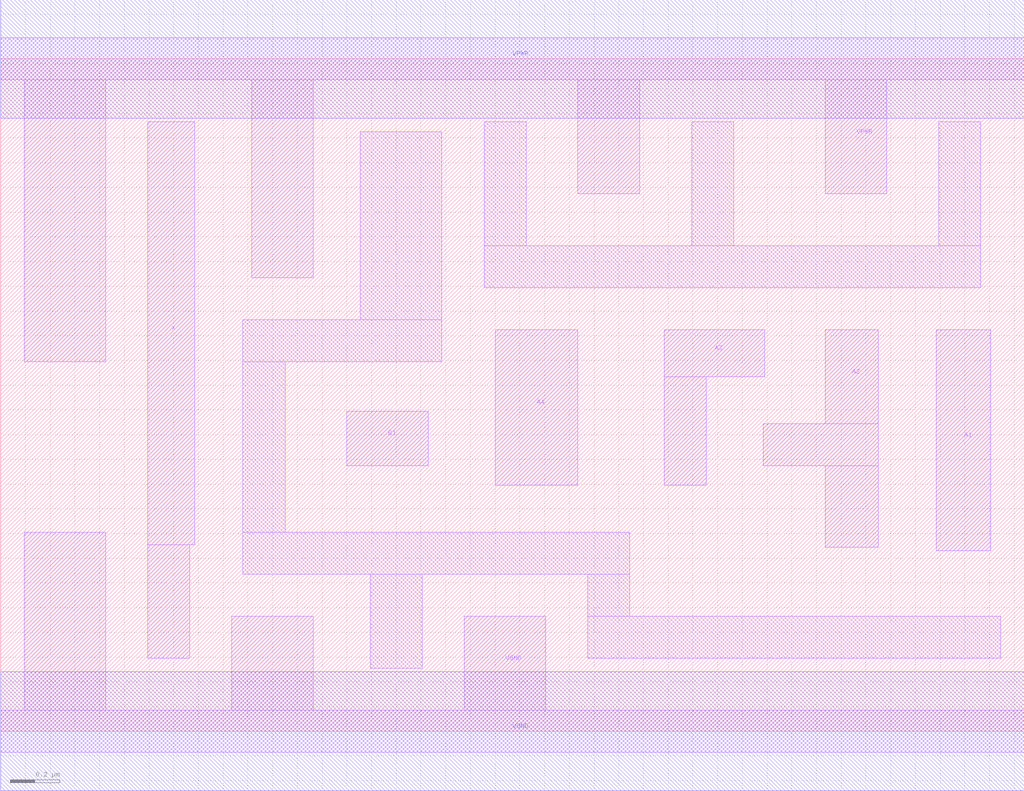
<source format=lef>
# Copyright 2020 The SkyWater PDK Authors
#
# Licensed under the Apache License, Version 2.0 (the "License");
# you may not use this file except in compliance with the License.
# You may obtain a copy of the License at
#
#     https://www.apache.org/licenses/LICENSE-2.0
#
# Unless required by applicable law or agreed to in writing, software
# distributed under the License is distributed on an "AS IS" BASIS,
# WITHOUT WARRANTIES OR CONDITIONS OF ANY KIND, either express or implied.
# See the License for the specific language governing permissions and
# limitations under the License.
#
# SPDX-License-Identifier: Apache-2.0

VERSION 5.5 ;
NAMESCASESENSITIVE ON ;
BUSBITCHARS "[]" ;
DIVIDERCHAR "/" ;
MACRO sky130_fd_sc_hd__a41o_2
  CLASS CORE ;
  SOURCE USER ;
  ORIGIN  0.000000  0.000000 ;
  SIZE  4.140000 BY  2.720000 ;
  SYMMETRY X Y R90 ;
  SITE unithd ;
  PIN A1
    ANTENNAGATEAREA  0.247500 ;
    DIRECTION INPUT ;
    USE SIGNAL ;
    PORT
      LAYER li1 ;
        RECT 3.785000 0.730000 4.005000 1.625000 ;
    END
  END A1
  PIN A2
    ANTENNAGATEAREA  0.247500 ;
    DIRECTION INPUT ;
    USE SIGNAL ;
    PORT
      LAYER li1 ;
        RECT 3.085000 1.075000 3.550000 1.245000 ;
        RECT 3.335000 0.745000 3.550000 1.075000 ;
        RECT 3.335000 1.245000 3.550000 1.625000 ;
    END
  END A2
  PIN A3
    ANTENNAGATEAREA  0.247500 ;
    DIRECTION INPUT ;
    USE SIGNAL ;
    PORT
      LAYER li1 ;
        RECT 2.685000 0.995000 2.855000 1.435000 ;
        RECT 2.685000 1.435000 3.090000 1.625000 ;
    END
  END A3
  PIN A4
    ANTENNAGATEAREA  0.247500 ;
    DIRECTION INPUT ;
    USE SIGNAL ;
    PORT
      LAYER li1 ;
        RECT 2.000000 0.995000 2.335000 1.625000 ;
    END
  END A4
  PIN B1
    ANTENNAGATEAREA  0.247500 ;
    DIRECTION INPUT ;
    USE SIGNAL ;
    PORT
      LAYER li1 ;
        RECT 1.400000 1.075000 1.730000 1.295000 ;
    END
  END B1
  PIN X
    ANTENNADIFFAREA  0.445500 ;
    DIRECTION OUTPUT ;
    USE SIGNAL ;
    PORT
      LAYER li1 ;
        RECT 0.595000 0.295000 0.765000 0.755000 ;
        RECT 0.595000 0.755000 0.785000 2.465000 ;
    END
  END X
  PIN VGND
    DIRECTION INOUT ;
    SHAPE ABUTMENT ;
    USE GROUND ;
    PORT
      LAYER li1 ;
        RECT 0.000000 -0.085000 4.140000 0.085000 ;
        RECT 0.095000  0.085000 0.425000 0.805000 ;
        RECT 0.935000  0.085000 1.265000 0.465000 ;
        RECT 1.875000  0.085000 2.205000 0.465000 ;
    END
    PORT
      LAYER met1 ;
        RECT 0.000000 -0.240000 4.140000 0.240000 ;
    END
  END VGND
  PIN VPWR
    DIRECTION INOUT ;
    SHAPE ABUTMENT ;
    USE POWER ;
    PORT
      LAYER li1 ;
        RECT 0.000000 2.635000 4.140000 2.805000 ;
        RECT 0.095000 1.495000 0.425000 2.635000 ;
        RECT 1.015000 1.835000 1.265000 2.635000 ;
        RECT 2.335000 2.175000 2.585000 2.635000 ;
        RECT 3.335000 2.175000 3.585000 2.635000 ;
    END
    PORT
      LAYER met1 ;
        RECT 0.000000 2.480000 4.140000 2.960000 ;
    END
  END VPWR
  OBS
    LAYER li1 ;
      RECT 0.980000 0.635000 2.545000 0.805000 ;
      RECT 0.980000 0.805000 1.150000 1.495000 ;
      RECT 0.980000 1.495000 1.785000 1.665000 ;
      RECT 1.455000 1.665000 1.785000 2.425000 ;
      RECT 1.495000 0.255000 1.705000 0.635000 ;
      RECT 1.955000 1.795000 3.965000 1.965000 ;
      RECT 1.955000 1.965000 2.125000 2.465000 ;
      RECT 2.375000 0.295000 4.045000 0.465000 ;
      RECT 2.375000 0.465000 2.545000 0.635000 ;
      RECT 2.795000 1.965000 2.965000 2.465000 ;
      RECT 3.795000 1.965000 3.965000 2.465000 ;
  END
END sky130_fd_sc_hd__a41o_2
END LIBRARY

</source>
